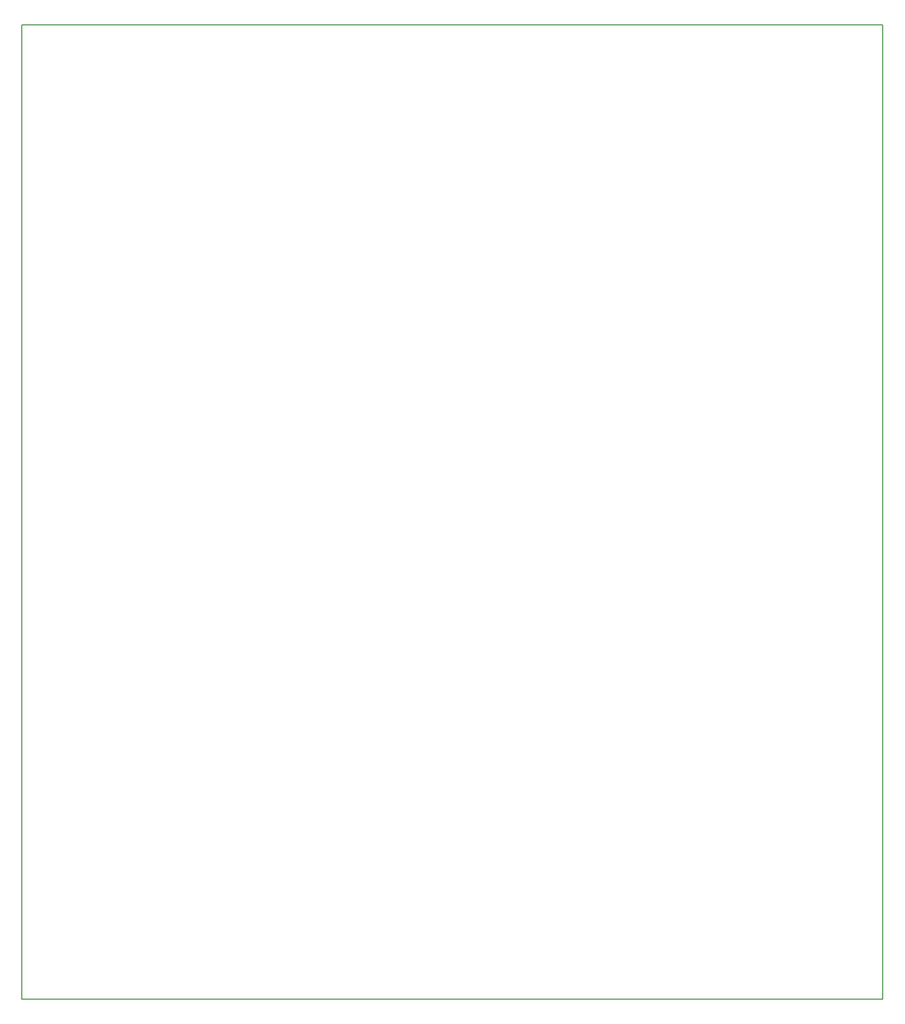
<source format=gbr>
G04 #@! TF.FileFunction,Profile,NP*
%FSLAX46Y46*%
G04 Gerber Fmt 4.6, Leading zero omitted, Abs format (unit mm)*
G04 Created by KiCad (PCBNEW 4.0.7-e2-6376~58~ubuntu16.04.1) date Mon Oct  9 13:29:50 2017*
%MOMM*%
%LPD*%
G01*
G04 APERTURE LIST*
%ADD10C,0.100000*%
%ADD11C,0.150000*%
G04 APERTURE END LIST*
D10*
D11*
X259588000Y-60960000D02*
X259080000Y-60960000D01*
X259588000Y-61214000D02*
X259588000Y-60960000D01*
X259588000Y-223520000D02*
X259080000Y-223520000D01*
X116078000Y-60960000D02*
X115824000Y-60960000D01*
X116078000Y-223520000D02*
X115824000Y-223520000D01*
X259080000Y-223520000D02*
X258826000Y-223520000D01*
X259588000Y-200152000D02*
X259588000Y-223520000D01*
X258826000Y-60960000D02*
X259080000Y-60960000D01*
X116078000Y-223520000D02*
X258826000Y-223520000D01*
X258826000Y-60960000D02*
X201168000Y-60960000D01*
X259588000Y-200152000D02*
X259588000Y-61214000D01*
X115824000Y-60960000D02*
X115824000Y-66040000D01*
X201168000Y-60960000D02*
X116078000Y-60960000D01*
X115824000Y-97790000D02*
X115824000Y-66040000D01*
X115824000Y-97790000D02*
X115824000Y-223520000D01*
M02*

</source>
